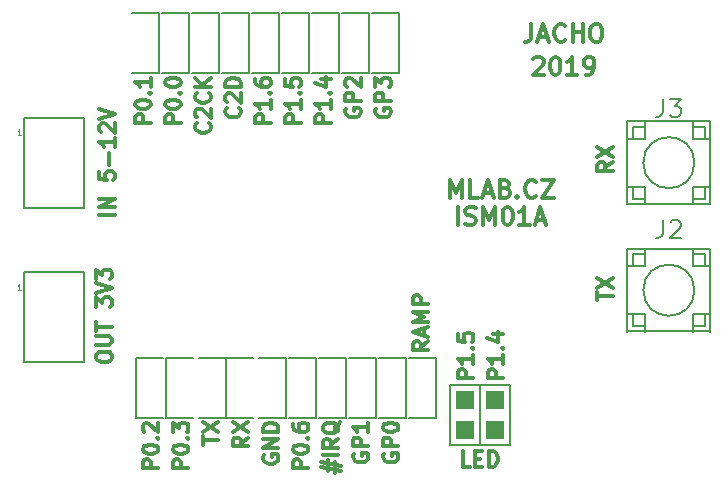
<source format=gbr>
%TF.GenerationSoftware,KiCad,Pcbnew,7.0.5.1-1-g8f565ef7f0-dirty-deb11*%
%TF.CreationDate,2023-07-20T12:05:46+00:00*%
%TF.ProjectId,ISM01,49534d30-312e-46b6-9963-61645f706362,rev?*%
%TF.SameCoordinates,Original*%
%TF.FileFunction,Legend,Top*%
%TF.FilePolarity,Positive*%
%FSLAX46Y46*%
G04 Gerber Fmt 4.6, Leading zero omitted, Abs format (unit mm)*
G04 Created by KiCad (PCBNEW 7.0.5.1-1-g8f565ef7f0-dirty-deb11) date 2023-07-20 12:05:46*
%MOMM*%
%LPD*%
G01*
G04 APERTURE LIST*
%ADD10C,0.300000*%
%ADD11C,0.050000*%
%ADD12C,0.150000*%
%ADD13R,1.524000X1.524000*%
G04 APERTURE END LIST*
D10*
X139554042Y-92625771D02*
X139615947Y-92687675D01*
X139615947Y-92687675D02*
X139677851Y-92873390D01*
X139677851Y-92873390D02*
X139677851Y-92997199D01*
X139677851Y-92997199D02*
X139615947Y-93182913D01*
X139615947Y-93182913D02*
X139492137Y-93306723D01*
X139492137Y-93306723D02*
X139368327Y-93368628D01*
X139368327Y-93368628D02*
X139120708Y-93430532D01*
X139120708Y-93430532D02*
X138934994Y-93430532D01*
X138934994Y-93430532D02*
X138687375Y-93368628D01*
X138687375Y-93368628D02*
X138563566Y-93306723D01*
X138563566Y-93306723D02*
X138439756Y-93182913D01*
X138439756Y-93182913D02*
X138377851Y-92997199D01*
X138377851Y-92997199D02*
X138377851Y-92873390D01*
X138377851Y-92873390D02*
X138439756Y-92687675D01*
X138439756Y-92687675D02*
X138501661Y-92625771D01*
X138501661Y-92130532D02*
X138439756Y-92068628D01*
X138439756Y-92068628D02*
X138377851Y-91944818D01*
X138377851Y-91944818D02*
X138377851Y-91635294D01*
X138377851Y-91635294D02*
X138439756Y-91511485D01*
X138439756Y-91511485D02*
X138501661Y-91449580D01*
X138501661Y-91449580D02*
X138625470Y-91387675D01*
X138625470Y-91387675D02*
X138749280Y-91387675D01*
X138749280Y-91387675D02*
X138934994Y-91449580D01*
X138934994Y-91449580D02*
X139677851Y-92192437D01*
X139677851Y-92192437D02*
X139677851Y-91387675D01*
X139554042Y-90087676D02*
X139615947Y-90149580D01*
X139615947Y-90149580D02*
X139677851Y-90335295D01*
X139677851Y-90335295D02*
X139677851Y-90459104D01*
X139677851Y-90459104D02*
X139615947Y-90644818D01*
X139615947Y-90644818D02*
X139492137Y-90768628D01*
X139492137Y-90768628D02*
X139368327Y-90830533D01*
X139368327Y-90830533D02*
X139120708Y-90892437D01*
X139120708Y-90892437D02*
X138934994Y-90892437D01*
X138934994Y-90892437D02*
X138687375Y-90830533D01*
X138687375Y-90830533D02*
X138563566Y-90768628D01*
X138563566Y-90768628D02*
X138439756Y-90644818D01*
X138439756Y-90644818D02*
X138377851Y-90459104D01*
X138377851Y-90459104D02*
X138377851Y-90335295D01*
X138377851Y-90335295D02*
X138439756Y-90149580D01*
X138439756Y-90149580D02*
X138501661Y-90087676D01*
X139677851Y-89530533D02*
X138377851Y-89530533D01*
X139677851Y-88787676D02*
X138934994Y-89344818D01*
X138377851Y-88787676D02*
X139120708Y-89530533D01*
X137137851Y-92625771D02*
X135837851Y-92625771D01*
X135837851Y-92625771D02*
X135837851Y-92130533D01*
X135837851Y-92130533D02*
X135899756Y-92006723D01*
X135899756Y-92006723D02*
X135961661Y-91944818D01*
X135961661Y-91944818D02*
X136085470Y-91882914D01*
X136085470Y-91882914D02*
X136271185Y-91882914D01*
X136271185Y-91882914D02*
X136394994Y-91944818D01*
X136394994Y-91944818D02*
X136456899Y-92006723D01*
X136456899Y-92006723D02*
X136518804Y-92130533D01*
X136518804Y-92130533D02*
X136518804Y-92625771D01*
X135837851Y-91078152D02*
X135837851Y-90954342D01*
X135837851Y-90954342D02*
X135899756Y-90830533D01*
X135899756Y-90830533D02*
X135961661Y-90768628D01*
X135961661Y-90768628D02*
X136085470Y-90706723D01*
X136085470Y-90706723D02*
X136333089Y-90644818D01*
X136333089Y-90644818D02*
X136642613Y-90644818D01*
X136642613Y-90644818D02*
X136890232Y-90706723D01*
X136890232Y-90706723D02*
X137014042Y-90768628D01*
X137014042Y-90768628D02*
X137075947Y-90830533D01*
X137075947Y-90830533D02*
X137137851Y-90954342D01*
X137137851Y-90954342D02*
X137137851Y-91078152D01*
X137137851Y-91078152D02*
X137075947Y-91201961D01*
X137075947Y-91201961D02*
X137014042Y-91263866D01*
X137014042Y-91263866D02*
X136890232Y-91325771D01*
X136890232Y-91325771D02*
X136642613Y-91387675D01*
X136642613Y-91387675D02*
X136333089Y-91387675D01*
X136333089Y-91387675D02*
X136085470Y-91325771D01*
X136085470Y-91325771D02*
X135961661Y-91263866D01*
X135961661Y-91263866D02*
X135899756Y-91201961D01*
X135899756Y-91201961D02*
X135837851Y-91078152D01*
X137014042Y-90087676D02*
X137075947Y-90025771D01*
X137075947Y-90025771D02*
X137137851Y-90087676D01*
X137137851Y-90087676D02*
X137075947Y-90149580D01*
X137075947Y-90149580D02*
X137014042Y-90087676D01*
X137014042Y-90087676D02*
X137137851Y-90087676D01*
X135837851Y-89221009D02*
X135837851Y-89097199D01*
X135837851Y-89097199D02*
X135899756Y-88973390D01*
X135899756Y-88973390D02*
X135961661Y-88911485D01*
X135961661Y-88911485D02*
X136085470Y-88849580D01*
X136085470Y-88849580D02*
X136333089Y-88787675D01*
X136333089Y-88787675D02*
X136642613Y-88787675D01*
X136642613Y-88787675D02*
X136890232Y-88849580D01*
X136890232Y-88849580D02*
X137014042Y-88911485D01*
X137014042Y-88911485D02*
X137075947Y-88973390D01*
X137075947Y-88973390D02*
X137137851Y-89097199D01*
X137137851Y-89097199D02*
X137137851Y-89221009D01*
X137137851Y-89221009D02*
X137075947Y-89344818D01*
X137075947Y-89344818D02*
X137014042Y-89406723D01*
X137014042Y-89406723D02*
X136890232Y-89468628D01*
X136890232Y-89468628D02*
X136642613Y-89530532D01*
X136642613Y-89530532D02*
X136333089Y-89530532D01*
X136333089Y-89530532D02*
X136085470Y-89468628D01*
X136085470Y-89468628D02*
X135961661Y-89406723D01*
X135961661Y-89406723D02*
X135899756Y-89344818D01*
X135899756Y-89344818D02*
X135837851Y-89221009D01*
X134597851Y-92625771D02*
X133297851Y-92625771D01*
X133297851Y-92625771D02*
X133297851Y-92130533D01*
X133297851Y-92130533D02*
X133359756Y-92006723D01*
X133359756Y-92006723D02*
X133421661Y-91944818D01*
X133421661Y-91944818D02*
X133545470Y-91882914D01*
X133545470Y-91882914D02*
X133731185Y-91882914D01*
X133731185Y-91882914D02*
X133854994Y-91944818D01*
X133854994Y-91944818D02*
X133916899Y-92006723D01*
X133916899Y-92006723D02*
X133978804Y-92130533D01*
X133978804Y-92130533D02*
X133978804Y-92625771D01*
X133297851Y-91078152D02*
X133297851Y-90954342D01*
X133297851Y-90954342D02*
X133359756Y-90830533D01*
X133359756Y-90830533D02*
X133421661Y-90768628D01*
X133421661Y-90768628D02*
X133545470Y-90706723D01*
X133545470Y-90706723D02*
X133793089Y-90644818D01*
X133793089Y-90644818D02*
X134102613Y-90644818D01*
X134102613Y-90644818D02*
X134350232Y-90706723D01*
X134350232Y-90706723D02*
X134474042Y-90768628D01*
X134474042Y-90768628D02*
X134535947Y-90830533D01*
X134535947Y-90830533D02*
X134597851Y-90954342D01*
X134597851Y-90954342D02*
X134597851Y-91078152D01*
X134597851Y-91078152D02*
X134535947Y-91201961D01*
X134535947Y-91201961D02*
X134474042Y-91263866D01*
X134474042Y-91263866D02*
X134350232Y-91325771D01*
X134350232Y-91325771D02*
X134102613Y-91387675D01*
X134102613Y-91387675D02*
X133793089Y-91387675D01*
X133793089Y-91387675D02*
X133545470Y-91325771D01*
X133545470Y-91325771D02*
X133421661Y-91263866D01*
X133421661Y-91263866D02*
X133359756Y-91201961D01*
X133359756Y-91201961D02*
X133297851Y-91078152D01*
X134474042Y-90087676D02*
X134535947Y-90025771D01*
X134535947Y-90025771D02*
X134597851Y-90087676D01*
X134597851Y-90087676D02*
X134535947Y-90149580D01*
X134535947Y-90149580D02*
X134474042Y-90087676D01*
X134474042Y-90087676D02*
X134597851Y-90087676D01*
X134597851Y-88787675D02*
X134597851Y-89530532D01*
X134597851Y-89159104D02*
X133297851Y-89159104D01*
X133297851Y-89159104D02*
X133483566Y-89282913D01*
X133483566Y-89282913D02*
X133607375Y-89406723D01*
X133607375Y-89406723D02*
X133669280Y-89530532D01*
X144757851Y-92625771D02*
X143457851Y-92625771D01*
X143457851Y-92625771D02*
X143457851Y-92130533D01*
X143457851Y-92130533D02*
X143519756Y-92006723D01*
X143519756Y-92006723D02*
X143581661Y-91944818D01*
X143581661Y-91944818D02*
X143705470Y-91882914D01*
X143705470Y-91882914D02*
X143891185Y-91882914D01*
X143891185Y-91882914D02*
X144014994Y-91944818D01*
X144014994Y-91944818D02*
X144076899Y-92006723D01*
X144076899Y-92006723D02*
X144138804Y-92130533D01*
X144138804Y-92130533D02*
X144138804Y-92625771D01*
X144757851Y-90644818D02*
X144757851Y-91387675D01*
X144757851Y-91016247D02*
X143457851Y-91016247D01*
X143457851Y-91016247D02*
X143643566Y-91140056D01*
X143643566Y-91140056D02*
X143767375Y-91263866D01*
X143767375Y-91263866D02*
X143829280Y-91387675D01*
X144634042Y-90087676D02*
X144695947Y-90025771D01*
X144695947Y-90025771D02*
X144757851Y-90087676D01*
X144757851Y-90087676D02*
X144695947Y-90149580D01*
X144695947Y-90149580D02*
X144634042Y-90087676D01*
X144634042Y-90087676D02*
X144757851Y-90087676D01*
X143457851Y-88911485D02*
X143457851Y-89159104D01*
X143457851Y-89159104D02*
X143519756Y-89282913D01*
X143519756Y-89282913D02*
X143581661Y-89344818D01*
X143581661Y-89344818D02*
X143767375Y-89468628D01*
X143767375Y-89468628D02*
X144014994Y-89530532D01*
X144014994Y-89530532D02*
X144510232Y-89530532D01*
X144510232Y-89530532D02*
X144634042Y-89468628D01*
X144634042Y-89468628D02*
X144695947Y-89406723D01*
X144695947Y-89406723D02*
X144757851Y-89282913D01*
X144757851Y-89282913D02*
X144757851Y-89035294D01*
X144757851Y-89035294D02*
X144695947Y-88911485D01*
X144695947Y-88911485D02*
X144634042Y-88849580D01*
X144634042Y-88849580D02*
X144510232Y-88787675D01*
X144510232Y-88787675D02*
X144200708Y-88787675D01*
X144200708Y-88787675D02*
X144076899Y-88849580D01*
X144076899Y-88849580D02*
X144014994Y-88911485D01*
X144014994Y-88911485D02*
X143953089Y-89035294D01*
X143953089Y-89035294D02*
X143953089Y-89282913D01*
X143953089Y-89282913D02*
X144014994Y-89406723D01*
X144014994Y-89406723D02*
X144076899Y-89468628D01*
X144076899Y-89468628D02*
X144200708Y-89530532D01*
X147297851Y-92625771D02*
X145997851Y-92625771D01*
X145997851Y-92625771D02*
X145997851Y-92130533D01*
X145997851Y-92130533D02*
X146059756Y-92006723D01*
X146059756Y-92006723D02*
X146121661Y-91944818D01*
X146121661Y-91944818D02*
X146245470Y-91882914D01*
X146245470Y-91882914D02*
X146431185Y-91882914D01*
X146431185Y-91882914D02*
X146554994Y-91944818D01*
X146554994Y-91944818D02*
X146616899Y-92006723D01*
X146616899Y-92006723D02*
X146678804Y-92130533D01*
X146678804Y-92130533D02*
X146678804Y-92625771D01*
X147297851Y-90644818D02*
X147297851Y-91387675D01*
X147297851Y-91016247D02*
X145997851Y-91016247D01*
X145997851Y-91016247D02*
X146183566Y-91140056D01*
X146183566Y-91140056D02*
X146307375Y-91263866D01*
X146307375Y-91263866D02*
X146369280Y-91387675D01*
X147174042Y-90087676D02*
X147235947Y-90025771D01*
X147235947Y-90025771D02*
X147297851Y-90087676D01*
X147297851Y-90087676D02*
X147235947Y-90149580D01*
X147235947Y-90149580D02*
X147174042Y-90087676D01*
X147174042Y-90087676D02*
X147297851Y-90087676D01*
X145997851Y-88849580D02*
X145997851Y-89468628D01*
X145997851Y-89468628D02*
X146616899Y-89530532D01*
X146616899Y-89530532D02*
X146554994Y-89468628D01*
X146554994Y-89468628D02*
X146493089Y-89344818D01*
X146493089Y-89344818D02*
X146493089Y-89035294D01*
X146493089Y-89035294D02*
X146554994Y-88911485D01*
X146554994Y-88911485D02*
X146616899Y-88849580D01*
X146616899Y-88849580D02*
X146740708Y-88787675D01*
X146740708Y-88787675D02*
X147050232Y-88787675D01*
X147050232Y-88787675D02*
X147174042Y-88849580D01*
X147174042Y-88849580D02*
X147235947Y-88911485D01*
X147235947Y-88911485D02*
X147297851Y-89035294D01*
X147297851Y-89035294D02*
X147297851Y-89344818D01*
X147297851Y-89344818D02*
X147235947Y-89468628D01*
X147235947Y-89468628D02*
X147174042Y-89530532D01*
X149837851Y-92625771D02*
X148537851Y-92625771D01*
X148537851Y-92625771D02*
X148537851Y-92130533D01*
X148537851Y-92130533D02*
X148599756Y-92006723D01*
X148599756Y-92006723D02*
X148661661Y-91944818D01*
X148661661Y-91944818D02*
X148785470Y-91882914D01*
X148785470Y-91882914D02*
X148971185Y-91882914D01*
X148971185Y-91882914D02*
X149094994Y-91944818D01*
X149094994Y-91944818D02*
X149156899Y-92006723D01*
X149156899Y-92006723D02*
X149218804Y-92130533D01*
X149218804Y-92130533D02*
X149218804Y-92625771D01*
X149837851Y-90644818D02*
X149837851Y-91387675D01*
X149837851Y-91016247D02*
X148537851Y-91016247D01*
X148537851Y-91016247D02*
X148723566Y-91140056D01*
X148723566Y-91140056D02*
X148847375Y-91263866D01*
X148847375Y-91263866D02*
X148909280Y-91387675D01*
X149714042Y-90087676D02*
X149775947Y-90025771D01*
X149775947Y-90025771D02*
X149837851Y-90087676D01*
X149837851Y-90087676D02*
X149775947Y-90149580D01*
X149775947Y-90149580D02*
X149714042Y-90087676D01*
X149714042Y-90087676D02*
X149837851Y-90087676D01*
X148971185Y-88911485D02*
X149837851Y-88911485D01*
X148475947Y-89221009D02*
X149404518Y-89530532D01*
X149404518Y-89530532D02*
X149404518Y-88725771D01*
X151139756Y-91387675D02*
X151077851Y-91511485D01*
X151077851Y-91511485D02*
X151077851Y-91697199D01*
X151077851Y-91697199D02*
X151139756Y-91882913D01*
X151139756Y-91882913D02*
X151263566Y-92006723D01*
X151263566Y-92006723D02*
X151387375Y-92068628D01*
X151387375Y-92068628D02*
X151634994Y-92130532D01*
X151634994Y-92130532D02*
X151820708Y-92130532D01*
X151820708Y-92130532D02*
X152068327Y-92068628D01*
X152068327Y-92068628D02*
X152192137Y-92006723D01*
X152192137Y-92006723D02*
X152315947Y-91882913D01*
X152315947Y-91882913D02*
X152377851Y-91697199D01*
X152377851Y-91697199D02*
X152377851Y-91573390D01*
X152377851Y-91573390D02*
X152315947Y-91387675D01*
X152315947Y-91387675D02*
X152254042Y-91325771D01*
X152254042Y-91325771D02*
X151820708Y-91325771D01*
X151820708Y-91325771D02*
X151820708Y-91573390D01*
X152377851Y-90768628D02*
X151077851Y-90768628D01*
X151077851Y-90768628D02*
X151077851Y-90273390D01*
X151077851Y-90273390D02*
X151139756Y-90149580D01*
X151139756Y-90149580D02*
X151201661Y-90087675D01*
X151201661Y-90087675D02*
X151325470Y-90025771D01*
X151325470Y-90025771D02*
X151511185Y-90025771D01*
X151511185Y-90025771D02*
X151634994Y-90087675D01*
X151634994Y-90087675D02*
X151696899Y-90149580D01*
X151696899Y-90149580D02*
X151758804Y-90273390D01*
X151758804Y-90273390D02*
X151758804Y-90768628D01*
X151201661Y-89530532D02*
X151139756Y-89468628D01*
X151139756Y-89468628D02*
X151077851Y-89344818D01*
X151077851Y-89344818D02*
X151077851Y-89035294D01*
X151077851Y-89035294D02*
X151139756Y-88911485D01*
X151139756Y-88911485D02*
X151201661Y-88849580D01*
X151201661Y-88849580D02*
X151325470Y-88787675D01*
X151325470Y-88787675D02*
X151449280Y-88787675D01*
X151449280Y-88787675D02*
X151634994Y-88849580D01*
X151634994Y-88849580D02*
X152377851Y-89592437D01*
X152377851Y-89592437D02*
X152377851Y-88787675D01*
X153679756Y-91387675D02*
X153617851Y-91511485D01*
X153617851Y-91511485D02*
X153617851Y-91697199D01*
X153617851Y-91697199D02*
X153679756Y-91882913D01*
X153679756Y-91882913D02*
X153803566Y-92006723D01*
X153803566Y-92006723D02*
X153927375Y-92068628D01*
X153927375Y-92068628D02*
X154174994Y-92130532D01*
X154174994Y-92130532D02*
X154360708Y-92130532D01*
X154360708Y-92130532D02*
X154608327Y-92068628D01*
X154608327Y-92068628D02*
X154732137Y-92006723D01*
X154732137Y-92006723D02*
X154855947Y-91882913D01*
X154855947Y-91882913D02*
X154917851Y-91697199D01*
X154917851Y-91697199D02*
X154917851Y-91573390D01*
X154917851Y-91573390D02*
X154855947Y-91387675D01*
X154855947Y-91387675D02*
X154794042Y-91325771D01*
X154794042Y-91325771D02*
X154360708Y-91325771D01*
X154360708Y-91325771D02*
X154360708Y-91573390D01*
X154917851Y-90768628D02*
X153617851Y-90768628D01*
X153617851Y-90768628D02*
X153617851Y-90273390D01*
X153617851Y-90273390D02*
X153679756Y-90149580D01*
X153679756Y-90149580D02*
X153741661Y-90087675D01*
X153741661Y-90087675D02*
X153865470Y-90025771D01*
X153865470Y-90025771D02*
X154051185Y-90025771D01*
X154051185Y-90025771D02*
X154174994Y-90087675D01*
X154174994Y-90087675D02*
X154236899Y-90149580D01*
X154236899Y-90149580D02*
X154298804Y-90273390D01*
X154298804Y-90273390D02*
X154298804Y-90768628D01*
X153617851Y-89592437D02*
X153617851Y-88787675D01*
X153617851Y-88787675D02*
X154113089Y-89221009D01*
X154113089Y-89221009D02*
X154113089Y-89035294D01*
X154113089Y-89035294D02*
X154174994Y-88911485D01*
X154174994Y-88911485D02*
X154236899Y-88849580D01*
X154236899Y-88849580D02*
X154360708Y-88787675D01*
X154360708Y-88787675D02*
X154670232Y-88787675D01*
X154670232Y-88787675D02*
X154794042Y-88849580D01*
X154794042Y-88849580D02*
X154855947Y-88911485D01*
X154855947Y-88911485D02*
X154917851Y-89035294D01*
X154917851Y-89035294D02*
X154917851Y-89406723D01*
X154917851Y-89406723D02*
X154855947Y-89530532D01*
X154855947Y-89530532D02*
X154794042Y-89592437D01*
X135232851Y-121835771D02*
X133932851Y-121835771D01*
X133932851Y-121835771D02*
X133932851Y-121340533D01*
X133932851Y-121340533D02*
X133994756Y-121216723D01*
X133994756Y-121216723D02*
X134056661Y-121154818D01*
X134056661Y-121154818D02*
X134180470Y-121092914D01*
X134180470Y-121092914D02*
X134366185Y-121092914D01*
X134366185Y-121092914D02*
X134489994Y-121154818D01*
X134489994Y-121154818D02*
X134551899Y-121216723D01*
X134551899Y-121216723D02*
X134613804Y-121340533D01*
X134613804Y-121340533D02*
X134613804Y-121835771D01*
X133932851Y-120288152D02*
X133932851Y-120164342D01*
X133932851Y-120164342D02*
X133994756Y-120040533D01*
X133994756Y-120040533D02*
X134056661Y-119978628D01*
X134056661Y-119978628D02*
X134180470Y-119916723D01*
X134180470Y-119916723D02*
X134428089Y-119854818D01*
X134428089Y-119854818D02*
X134737613Y-119854818D01*
X134737613Y-119854818D02*
X134985232Y-119916723D01*
X134985232Y-119916723D02*
X135109042Y-119978628D01*
X135109042Y-119978628D02*
X135170947Y-120040533D01*
X135170947Y-120040533D02*
X135232851Y-120164342D01*
X135232851Y-120164342D02*
X135232851Y-120288152D01*
X135232851Y-120288152D02*
X135170947Y-120411961D01*
X135170947Y-120411961D02*
X135109042Y-120473866D01*
X135109042Y-120473866D02*
X134985232Y-120535771D01*
X134985232Y-120535771D02*
X134737613Y-120597675D01*
X134737613Y-120597675D02*
X134428089Y-120597675D01*
X134428089Y-120597675D02*
X134180470Y-120535771D01*
X134180470Y-120535771D02*
X134056661Y-120473866D01*
X134056661Y-120473866D02*
X133994756Y-120411961D01*
X133994756Y-120411961D02*
X133932851Y-120288152D01*
X135109042Y-119297676D02*
X135170947Y-119235771D01*
X135170947Y-119235771D02*
X135232851Y-119297676D01*
X135232851Y-119297676D02*
X135170947Y-119359580D01*
X135170947Y-119359580D02*
X135109042Y-119297676D01*
X135109042Y-119297676D02*
X135232851Y-119297676D01*
X134056661Y-118740532D02*
X133994756Y-118678628D01*
X133994756Y-118678628D02*
X133932851Y-118554818D01*
X133932851Y-118554818D02*
X133932851Y-118245294D01*
X133932851Y-118245294D02*
X133994756Y-118121485D01*
X133994756Y-118121485D02*
X134056661Y-118059580D01*
X134056661Y-118059580D02*
X134180470Y-117997675D01*
X134180470Y-117997675D02*
X134304280Y-117997675D01*
X134304280Y-117997675D02*
X134489994Y-118059580D01*
X134489994Y-118059580D02*
X135232851Y-118802437D01*
X135232851Y-118802437D02*
X135232851Y-117997675D01*
X137772851Y-121835771D02*
X136472851Y-121835771D01*
X136472851Y-121835771D02*
X136472851Y-121340533D01*
X136472851Y-121340533D02*
X136534756Y-121216723D01*
X136534756Y-121216723D02*
X136596661Y-121154818D01*
X136596661Y-121154818D02*
X136720470Y-121092914D01*
X136720470Y-121092914D02*
X136906185Y-121092914D01*
X136906185Y-121092914D02*
X137029994Y-121154818D01*
X137029994Y-121154818D02*
X137091899Y-121216723D01*
X137091899Y-121216723D02*
X137153804Y-121340533D01*
X137153804Y-121340533D02*
X137153804Y-121835771D01*
X136472851Y-120288152D02*
X136472851Y-120164342D01*
X136472851Y-120164342D02*
X136534756Y-120040533D01*
X136534756Y-120040533D02*
X136596661Y-119978628D01*
X136596661Y-119978628D02*
X136720470Y-119916723D01*
X136720470Y-119916723D02*
X136968089Y-119854818D01*
X136968089Y-119854818D02*
X137277613Y-119854818D01*
X137277613Y-119854818D02*
X137525232Y-119916723D01*
X137525232Y-119916723D02*
X137649042Y-119978628D01*
X137649042Y-119978628D02*
X137710947Y-120040533D01*
X137710947Y-120040533D02*
X137772851Y-120164342D01*
X137772851Y-120164342D02*
X137772851Y-120288152D01*
X137772851Y-120288152D02*
X137710947Y-120411961D01*
X137710947Y-120411961D02*
X137649042Y-120473866D01*
X137649042Y-120473866D02*
X137525232Y-120535771D01*
X137525232Y-120535771D02*
X137277613Y-120597675D01*
X137277613Y-120597675D02*
X136968089Y-120597675D01*
X136968089Y-120597675D02*
X136720470Y-120535771D01*
X136720470Y-120535771D02*
X136596661Y-120473866D01*
X136596661Y-120473866D02*
X136534756Y-120411961D01*
X136534756Y-120411961D02*
X136472851Y-120288152D01*
X137649042Y-119297676D02*
X137710947Y-119235771D01*
X137710947Y-119235771D02*
X137772851Y-119297676D01*
X137772851Y-119297676D02*
X137710947Y-119359580D01*
X137710947Y-119359580D02*
X137649042Y-119297676D01*
X137649042Y-119297676D02*
X137772851Y-119297676D01*
X136472851Y-118802437D02*
X136472851Y-117997675D01*
X136472851Y-117997675D02*
X136968089Y-118431009D01*
X136968089Y-118431009D02*
X136968089Y-118245294D01*
X136968089Y-118245294D02*
X137029994Y-118121485D01*
X137029994Y-118121485D02*
X137091899Y-118059580D01*
X137091899Y-118059580D02*
X137215708Y-117997675D01*
X137215708Y-117997675D02*
X137525232Y-117997675D01*
X137525232Y-117997675D02*
X137649042Y-118059580D01*
X137649042Y-118059580D02*
X137710947Y-118121485D01*
X137710947Y-118121485D02*
X137772851Y-118245294D01*
X137772851Y-118245294D02*
X137772851Y-118616723D01*
X137772851Y-118616723D02*
X137710947Y-118740532D01*
X137710947Y-118740532D02*
X137649042Y-118802437D01*
X139012851Y-119854818D02*
X139012851Y-119111961D01*
X140312851Y-119483389D02*
X139012851Y-119483389D01*
X139012851Y-118802437D02*
X140312851Y-117935771D01*
X139012851Y-117935771D02*
X140312851Y-118802437D01*
X142852851Y-119235771D02*
X142233804Y-119669104D01*
X142852851Y-119978628D02*
X141552851Y-119978628D01*
X141552851Y-119978628D02*
X141552851Y-119483390D01*
X141552851Y-119483390D02*
X141614756Y-119359580D01*
X141614756Y-119359580D02*
X141676661Y-119297675D01*
X141676661Y-119297675D02*
X141800470Y-119235771D01*
X141800470Y-119235771D02*
X141986185Y-119235771D01*
X141986185Y-119235771D02*
X142109994Y-119297675D01*
X142109994Y-119297675D02*
X142171899Y-119359580D01*
X142171899Y-119359580D02*
X142233804Y-119483390D01*
X142233804Y-119483390D02*
X142233804Y-119978628D01*
X141552851Y-118802437D02*
X142852851Y-117935771D01*
X141552851Y-117935771D02*
X142852851Y-118802437D01*
X144154756Y-120721485D02*
X144092851Y-120845295D01*
X144092851Y-120845295D02*
X144092851Y-121031009D01*
X144092851Y-121031009D02*
X144154756Y-121216723D01*
X144154756Y-121216723D02*
X144278566Y-121340533D01*
X144278566Y-121340533D02*
X144402375Y-121402438D01*
X144402375Y-121402438D02*
X144649994Y-121464342D01*
X144649994Y-121464342D02*
X144835708Y-121464342D01*
X144835708Y-121464342D02*
X145083327Y-121402438D01*
X145083327Y-121402438D02*
X145207137Y-121340533D01*
X145207137Y-121340533D02*
X145330947Y-121216723D01*
X145330947Y-121216723D02*
X145392851Y-121031009D01*
X145392851Y-121031009D02*
X145392851Y-120907200D01*
X145392851Y-120907200D02*
X145330947Y-120721485D01*
X145330947Y-120721485D02*
X145269042Y-120659581D01*
X145269042Y-120659581D02*
X144835708Y-120659581D01*
X144835708Y-120659581D02*
X144835708Y-120907200D01*
X145392851Y-120102438D02*
X144092851Y-120102438D01*
X144092851Y-120102438D02*
X145392851Y-119359581D01*
X145392851Y-119359581D02*
X144092851Y-119359581D01*
X145392851Y-118740533D02*
X144092851Y-118740533D01*
X144092851Y-118740533D02*
X144092851Y-118431009D01*
X144092851Y-118431009D02*
X144154756Y-118245295D01*
X144154756Y-118245295D02*
X144278566Y-118121485D01*
X144278566Y-118121485D02*
X144402375Y-118059580D01*
X144402375Y-118059580D02*
X144649994Y-117997676D01*
X144649994Y-117997676D02*
X144835708Y-117997676D01*
X144835708Y-117997676D02*
X145083327Y-118059580D01*
X145083327Y-118059580D02*
X145207137Y-118121485D01*
X145207137Y-118121485D02*
X145330947Y-118245295D01*
X145330947Y-118245295D02*
X145392851Y-118431009D01*
X145392851Y-118431009D02*
X145392851Y-118740533D01*
X147932851Y-121835771D02*
X146632851Y-121835771D01*
X146632851Y-121835771D02*
X146632851Y-121340533D01*
X146632851Y-121340533D02*
X146694756Y-121216723D01*
X146694756Y-121216723D02*
X146756661Y-121154818D01*
X146756661Y-121154818D02*
X146880470Y-121092914D01*
X146880470Y-121092914D02*
X147066185Y-121092914D01*
X147066185Y-121092914D02*
X147189994Y-121154818D01*
X147189994Y-121154818D02*
X147251899Y-121216723D01*
X147251899Y-121216723D02*
X147313804Y-121340533D01*
X147313804Y-121340533D02*
X147313804Y-121835771D01*
X146632851Y-120288152D02*
X146632851Y-120164342D01*
X146632851Y-120164342D02*
X146694756Y-120040533D01*
X146694756Y-120040533D02*
X146756661Y-119978628D01*
X146756661Y-119978628D02*
X146880470Y-119916723D01*
X146880470Y-119916723D02*
X147128089Y-119854818D01*
X147128089Y-119854818D02*
X147437613Y-119854818D01*
X147437613Y-119854818D02*
X147685232Y-119916723D01*
X147685232Y-119916723D02*
X147809042Y-119978628D01*
X147809042Y-119978628D02*
X147870947Y-120040533D01*
X147870947Y-120040533D02*
X147932851Y-120164342D01*
X147932851Y-120164342D02*
X147932851Y-120288152D01*
X147932851Y-120288152D02*
X147870947Y-120411961D01*
X147870947Y-120411961D02*
X147809042Y-120473866D01*
X147809042Y-120473866D02*
X147685232Y-120535771D01*
X147685232Y-120535771D02*
X147437613Y-120597675D01*
X147437613Y-120597675D02*
X147128089Y-120597675D01*
X147128089Y-120597675D02*
X146880470Y-120535771D01*
X146880470Y-120535771D02*
X146756661Y-120473866D01*
X146756661Y-120473866D02*
X146694756Y-120411961D01*
X146694756Y-120411961D02*
X146632851Y-120288152D01*
X147809042Y-119297676D02*
X147870947Y-119235771D01*
X147870947Y-119235771D02*
X147932851Y-119297676D01*
X147932851Y-119297676D02*
X147870947Y-119359580D01*
X147870947Y-119359580D02*
X147809042Y-119297676D01*
X147809042Y-119297676D02*
X147932851Y-119297676D01*
X146632851Y-118121485D02*
X146632851Y-118369104D01*
X146632851Y-118369104D02*
X146694756Y-118492913D01*
X146694756Y-118492913D02*
X146756661Y-118554818D01*
X146756661Y-118554818D02*
X146942375Y-118678628D01*
X146942375Y-118678628D02*
X147189994Y-118740532D01*
X147189994Y-118740532D02*
X147685232Y-118740532D01*
X147685232Y-118740532D02*
X147809042Y-118678628D01*
X147809042Y-118678628D02*
X147870947Y-118616723D01*
X147870947Y-118616723D02*
X147932851Y-118492913D01*
X147932851Y-118492913D02*
X147932851Y-118245294D01*
X147932851Y-118245294D02*
X147870947Y-118121485D01*
X147870947Y-118121485D02*
X147809042Y-118059580D01*
X147809042Y-118059580D02*
X147685232Y-117997675D01*
X147685232Y-117997675D02*
X147375708Y-117997675D01*
X147375708Y-117997675D02*
X147251899Y-118059580D01*
X147251899Y-118059580D02*
X147189994Y-118121485D01*
X147189994Y-118121485D02*
X147128089Y-118245294D01*
X147128089Y-118245294D02*
X147128089Y-118492913D01*
X147128089Y-118492913D02*
X147189994Y-118616723D01*
X147189994Y-118616723D02*
X147251899Y-118678628D01*
X147251899Y-118678628D02*
X147375708Y-118740532D01*
X149606185Y-122083390D02*
X149606185Y-121154819D01*
X149049042Y-121711962D02*
X150720470Y-122083390D01*
X150163327Y-121278629D02*
X150163327Y-122207200D01*
X150720470Y-121650057D02*
X149049042Y-121278629D01*
X150472851Y-120721486D02*
X149172851Y-120721486D01*
X150472851Y-119359581D02*
X149853804Y-119792914D01*
X150472851Y-120102438D02*
X149172851Y-120102438D01*
X149172851Y-120102438D02*
X149172851Y-119607200D01*
X149172851Y-119607200D02*
X149234756Y-119483390D01*
X149234756Y-119483390D02*
X149296661Y-119421485D01*
X149296661Y-119421485D02*
X149420470Y-119359581D01*
X149420470Y-119359581D02*
X149606185Y-119359581D01*
X149606185Y-119359581D02*
X149729994Y-119421485D01*
X149729994Y-119421485D02*
X149791899Y-119483390D01*
X149791899Y-119483390D02*
X149853804Y-119607200D01*
X149853804Y-119607200D02*
X149853804Y-120102438D01*
X150596661Y-117935771D02*
X150534756Y-118059581D01*
X150534756Y-118059581D02*
X150410947Y-118183390D01*
X150410947Y-118183390D02*
X150225232Y-118369104D01*
X150225232Y-118369104D02*
X150163327Y-118492914D01*
X150163327Y-118492914D02*
X150163327Y-118616723D01*
X150472851Y-118554819D02*
X150410947Y-118678628D01*
X150410947Y-118678628D02*
X150287137Y-118802438D01*
X150287137Y-118802438D02*
X150039518Y-118864342D01*
X150039518Y-118864342D02*
X149606185Y-118864342D01*
X149606185Y-118864342D02*
X149358566Y-118802438D01*
X149358566Y-118802438D02*
X149234756Y-118678628D01*
X149234756Y-118678628D02*
X149172851Y-118554819D01*
X149172851Y-118554819D02*
X149172851Y-118307200D01*
X149172851Y-118307200D02*
X149234756Y-118183390D01*
X149234756Y-118183390D02*
X149358566Y-118059581D01*
X149358566Y-118059581D02*
X149606185Y-117997676D01*
X149606185Y-117997676D02*
X150039518Y-117997676D01*
X150039518Y-117997676D02*
X150287137Y-118059581D01*
X150287137Y-118059581D02*
X150410947Y-118183390D01*
X150410947Y-118183390D02*
X150472851Y-118307200D01*
X150472851Y-118307200D02*
X150472851Y-118554819D01*
X151774756Y-120597675D02*
X151712851Y-120721485D01*
X151712851Y-120721485D02*
X151712851Y-120907199D01*
X151712851Y-120907199D02*
X151774756Y-121092913D01*
X151774756Y-121092913D02*
X151898566Y-121216723D01*
X151898566Y-121216723D02*
X152022375Y-121278628D01*
X152022375Y-121278628D02*
X152269994Y-121340532D01*
X152269994Y-121340532D02*
X152455708Y-121340532D01*
X152455708Y-121340532D02*
X152703327Y-121278628D01*
X152703327Y-121278628D02*
X152827137Y-121216723D01*
X152827137Y-121216723D02*
X152950947Y-121092913D01*
X152950947Y-121092913D02*
X153012851Y-120907199D01*
X153012851Y-120907199D02*
X153012851Y-120783390D01*
X153012851Y-120783390D02*
X152950947Y-120597675D01*
X152950947Y-120597675D02*
X152889042Y-120535771D01*
X152889042Y-120535771D02*
X152455708Y-120535771D01*
X152455708Y-120535771D02*
X152455708Y-120783390D01*
X153012851Y-119978628D02*
X151712851Y-119978628D01*
X151712851Y-119978628D02*
X151712851Y-119483390D01*
X151712851Y-119483390D02*
X151774756Y-119359580D01*
X151774756Y-119359580D02*
X151836661Y-119297675D01*
X151836661Y-119297675D02*
X151960470Y-119235771D01*
X151960470Y-119235771D02*
X152146185Y-119235771D01*
X152146185Y-119235771D02*
X152269994Y-119297675D01*
X152269994Y-119297675D02*
X152331899Y-119359580D01*
X152331899Y-119359580D02*
X152393804Y-119483390D01*
X152393804Y-119483390D02*
X152393804Y-119978628D01*
X153012851Y-117997675D02*
X153012851Y-118740532D01*
X153012851Y-118369104D02*
X151712851Y-118369104D01*
X151712851Y-118369104D02*
X151898566Y-118492913D01*
X151898566Y-118492913D02*
X152022375Y-118616723D01*
X152022375Y-118616723D02*
X152084280Y-118740532D01*
X158092851Y-111102676D02*
X157473804Y-111536009D01*
X158092851Y-111845533D02*
X156792851Y-111845533D01*
X156792851Y-111845533D02*
X156792851Y-111350295D01*
X156792851Y-111350295D02*
X156854756Y-111226485D01*
X156854756Y-111226485D02*
X156916661Y-111164580D01*
X156916661Y-111164580D02*
X157040470Y-111102676D01*
X157040470Y-111102676D02*
X157226185Y-111102676D01*
X157226185Y-111102676D02*
X157349994Y-111164580D01*
X157349994Y-111164580D02*
X157411899Y-111226485D01*
X157411899Y-111226485D02*
X157473804Y-111350295D01*
X157473804Y-111350295D02*
X157473804Y-111845533D01*
X157721423Y-110607437D02*
X157721423Y-109988390D01*
X158092851Y-110731247D02*
X156792851Y-110297914D01*
X156792851Y-110297914D02*
X158092851Y-109864580D01*
X158092851Y-109431247D02*
X156792851Y-109431247D01*
X156792851Y-109431247D02*
X157721423Y-108997913D01*
X157721423Y-108997913D02*
X156792851Y-108564580D01*
X156792851Y-108564580D02*
X158092851Y-108564580D01*
X158092851Y-107945533D02*
X156792851Y-107945533D01*
X156792851Y-107945533D02*
X156792851Y-107450295D01*
X156792851Y-107450295D02*
X156854756Y-107326485D01*
X156854756Y-107326485D02*
X156916661Y-107264580D01*
X156916661Y-107264580D02*
X157040470Y-107202676D01*
X157040470Y-107202676D02*
X157226185Y-107202676D01*
X157226185Y-107202676D02*
X157349994Y-107264580D01*
X157349994Y-107264580D02*
X157411899Y-107326485D01*
X157411899Y-107326485D02*
X157473804Y-107450295D01*
X157473804Y-107450295D02*
X157473804Y-107945533D01*
X154314756Y-120597675D02*
X154252851Y-120721485D01*
X154252851Y-120721485D02*
X154252851Y-120907199D01*
X154252851Y-120907199D02*
X154314756Y-121092913D01*
X154314756Y-121092913D02*
X154438566Y-121216723D01*
X154438566Y-121216723D02*
X154562375Y-121278628D01*
X154562375Y-121278628D02*
X154809994Y-121340532D01*
X154809994Y-121340532D02*
X154995708Y-121340532D01*
X154995708Y-121340532D02*
X155243327Y-121278628D01*
X155243327Y-121278628D02*
X155367137Y-121216723D01*
X155367137Y-121216723D02*
X155490947Y-121092913D01*
X155490947Y-121092913D02*
X155552851Y-120907199D01*
X155552851Y-120907199D02*
X155552851Y-120783390D01*
X155552851Y-120783390D02*
X155490947Y-120597675D01*
X155490947Y-120597675D02*
X155429042Y-120535771D01*
X155429042Y-120535771D02*
X154995708Y-120535771D01*
X154995708Y-120535771D02*
X154995708Y-120783390D01*
X155552851Y-119978628D02*
X154252851Y-119978628D01*
X154252851Y-119978628D02*
X154252851Y-119483390D01*
X154252851Y-119483390D02*
X154314756Y-119359580D01*
X154314756Y-119359580D02*
X154376661Y-119297675D01*
X154376661Y-119297675D02*
X154500470Y-119235771D01*
X154500470Y-119235771D02*
X154686185Y-119235771D01*
X154686185Y-119235771D02*
X154809994Y-119297675D01*
X154809994Y-119297675D02*
X154871899Y-119359580D01*
X154871899Y-119359580D02*
X154933804Y-119483390D01*
X154933804Y-119483390D02*
X154933804Y-119978628D01*
X154252851Y-118431009D02*
X154252851Y-118307199D01*
X154252851Y-118307199D02*
X154314756Y-118183390D01*
X154314756Y-118183390D02*
X154376661Y-118121485D01*
X154376661Y-118121485D02*
X154500470Y-118059580D01*
X154500470Y-118059580D02*
X154748089Y-117997675D01*
X154748089Y-117997675D02*
X155057613Y-117997675D01*
X155057613Y-117997675D02*
X155305232Y-118059580D01*
X155305232Y-118059580D02*
X155429042Y-118121485D01*
X155429042Y-118121485D02*
X155490947Y-118183390D01*
X155490947Y-118183390D02*
X155552851Y-118307199D01*
X155552851Y-118307199D02*
X155552851Y-118431009D01*
X155552851Y-118431009D02*
X155490947Y-118554818D01*
X155490947Y-118554818D02*
X155429042Y-118616723D01*
X155429042Y-118616723D02*
X155305232Y-118678628D01*
X155305232Y-118678628D02*
X155057613Y-118740532D01*
X155057613Y-118740532D02*
X154748089Y-118740532D01*
X154748089Y-118740532D02*
X154500470Y-118678628D01*
X154500470Y-118678628D02*
X154376661Y-118616723D01*
X154376661Y-118616723D02*
X154314756Y-118554818D01*
X154314756Y-118554818D02*
X154252851Y-118431009D01*
X164442851Y-114215771D02*
X163142851Y-114215771D01*
X163142851Y-114215771D02*
X163142851Y-113720533D01*
X163142851Y-113720533D02*
X163204756Y-113596723D01*
X163204756Y-113596723D02*
X163266661Y-113534818D01*
X163266661Y-113534818D02*
X163390470Y-113472914D01*
X163390470Y-113472914D02*
X163576185Y-113472914D01*
X163576185Y-113472914D02*
X163699994Y-113534818D01*
X163699994Y-113534818D02*
X163761899Y-113596723D01*
X163761899Y-113596723D02*
X163823804Y-113720533D01*
X163823804Y-113720533D02*
X163823804Y-114215771D01*
X164442851Y-112234818D02*
X164442851Y-112977675D01*
X164442851Y-112606247D02*
X163142851Y-112606247D01*
X163142851Y-112606247D02*
X163328566Y-112730056D01*
X163328566Y-112730056D02*
X163452375Y-112853866D01*
X163452375Y-112853866D02*
X163514280Y-112977675D01*
X164319042Y-111677676D02*
X164380947Y-111615771D01*
X164380947Y-111615771D02*
X164442851Y-111677676D01*
X164442851Y-111677676D02*
X164380947Y-111739580D01*
X164380947Y-111739580D02*
X164319042Y-111677676D01*
X164319042Y-111677676D02*
X164442851Y-111677676D01*
X163576185Y-110501485D02*
X164442851Y-110501485D01*
X163080947Y-110811009D02*
X164009518Y-111120532D01*
X164009518Y-111120532D02*
X164009518Y-110315771D01*
X161902851Y-114215771D02*
X160602851Y-114215771D01*
X160602851Y-114215771D02*
X160602851Y-113720533D01*
X160602851Y-113720533D02*
X160664756Y-113596723D01*
X160664756Y-113596723D02*
X160726661Y-113534818D01*
X160726661Y-113534818D02*
X160850470Y-113472914D01*
X160850470Y-113472914D02*
X161036185Y-113472914D01*
X161036185Y-113472914D02*
X161159994Y-113534818D01*
X161159994Y-113534818D02*
X161221899Y-113596723D01*
X161221899Y-113596723D02*
X161283804Y-113720533D01*
X161283804Y-113720533D02*
X161283804Y-114215771D01*
X161902851Y-112234818D02*
X161902851Y-112977675D01*
X161902851Y-112606247D02*
X160602851Y-112606247D01*
X160602851Y-112606247D02*
X160788566Y-112730056D01*
X160788566Y-112730056D02*
X160912375Y-112853866D01*
X160912375Y-112853866D02*
X160974280Y-112977675D01*
X161779042Y-111677676D02*
X161840947Y-111615771D01*
X161840947Y-111615771D02*
X161902851Y-111677676D01*
X161902851Y-111677676D02*
X161840947Y-111739580D01*
X161840947Y-111739580D02*
X161779042Y-111677676D01*
X161779042Y-111677676D02*
X161902851Y-111677676D01*
X160602851Y-110439580D02*
X160602851Y-111058628D01*
X160602851Y-111058628D02*
X161221899Y-111120532D01*
X161221899Y-111120532D02*
X161159994Y-111058628D01*
X161159994Y-111058628D02*
X161098089Y-110934818D01*
X161098089Y-110934818D02*
X161098089Y-110625294D01*
X161098089Y-110625294D02*
X161159994Y-110501485D01*
X161159994Y-110501485D02*
X161221899Y-110439580D01*
X161221899Y-110439580D02*
X161345708Y-110377675D01*
X161345708Y-110377675D02*
X161655232Y-110377675D01*
X161655232Y-110377675D02*
X161779042Y-110439580D01*
X161779042Y-110439580D02*
X161840947Y-110501485D01*
X161840947Y-110501485D02*
X161902851Y-110625294D01*
X161902851Y-110625294D02*
X161902851Y-110934818D01*
X161902851Y-110934818D02*
X161840947Y-111058628D01*
X161840947Y-111058628D02*
X161779042Y-111120532D01*
X161624333Y-121694493D02*
X161005285Y-121694493D01*
X161005285Y-121694493D02*
X161005285Y-120394493D01*
X162057666Y-121013541D02*
X162491000Y-121013541D01*
X162676714Y-121694493D02*
X162057666Y-121694493D01*
X162057666Y-121694493D02*
X162057666Y-120394493D01*
X162057666Y-120394493D02*
X162676714Y-120394493D01*
X163233856Y-121694493D02*
X163233856Y-120394493D01*
X163233856Y-120394493D02*
X163543380Y-120394493D01*
X163543380Y-120394493D02*
X163729094Y-120456398D01*
X163729094Y-120456398D02*
X163852904Y-120580208D01*
X163852904Y-120580208D02*
X163914809Y-120704017D01*
X163914809Y-120704017D02*
X163976713Y-120951636D01*
X163976713Y-120951636D02*
X163976713Y-121137350D01*
X163976713Y-121137350D02*
X163914809Y-121384969D01*
X163914809Y-121384969D02*
X163852904Y-121508779D01*
X163852904Y-121508779D02*
X163729094Y-121632589D01*
X163729094Y-121632589D02*
X163543380Y-121694493D01*
X163543380Y-121694493D02*
X163233856Y-121694493D01*
X131549851Y-100357927D02*
X130249851Y-100357927D01*
X131549851Y-99738879D02*
X130249851Y-99738879D01*
X130249851Y-99738879D02*
X131549851Y-98996022D01*
X131549851Y-98996022D02*
X130249851Y-98996022D01*
X130249851Y-96767450D02*
X130249851Y-97386498D01*
X130249851Y-97386498D02*
X130868899Y-97448402D01*
X130868899Y-97448402D02*
X130806994Y-97386498D01*
X130806994Y-97386498D02*
X130745089Y-97262688D01*
X130745089Y-97262688D02*
X130745089Y-96953164D01*
X130745089Y-96953164D02*
X130806994Y-96829355D01*
X130806994Y-96829355D02*
X130868899Y-96767450D01*
X130868899Y-96767450D02*
X130992708Y-96705545D01*
X130992708Y-96705545D02*
X131302232Y-96705545D01*
X131302232Y-96705545D02*
X131426042Y-96767450D01*
X131426042Y-96767450D02*
X131487947Y-96829355D01*
X131487947Y-96829355D02*
X131549851Y-96953164D01*
X131549851Y-96953164D02*
X131549851Y-97262688D01*
X131549851Y-97262688D02*
X131487947Y-97386498D01*
X131487947Y-97386498D02*
X131426042Y-97448402D01*
X131054613Y-96148403D02*
X131054613Y-95157927D01*
X131549851Y-93857926D02*
X131549851Y-94600783D01*
X131549851Y-94229355D02*
X130249851Y-94229355D01*
X130249851Y-94229355D02*
X130435566Y-94353164D01*
X130435566Y-94353164D02*
X130559375Y-94476974D01*
X130559375Y-94476974D02*
X130621280Y-94600783D01*
X130373661Y-93362688D02*
X130311756Y-93300784D01*
X130311756Y-93300784D02*
X130249851Y-93176974D01*
X130249851Y-93176974D02*
X130249851Y-92867450D01*
X130249851Y-92867450D02*
X130311756Y-92743641D01*
X130311756Y-92743641D02*
X130373661Y-92681736D01*
X130373661Y-92681736D02*
X130497470Y-92619831D01*
X130497470Y-92619831D02*
X130621280Y-92619831D01*
X130621280Y-92619831D02*
X130806994Y-92681736D01*
X130806994Y-92681736D02*
X131549851Y-93424593D01*
X131549851Y-93424593D02*
X131549851Y-92619831D01*
X130249851Y-92248403D02*
X131549851Y-91815070D01*
X131549851Y-91815070D02*
X130249851Y-91381736D01*
X129995851Y-112507165D02*
X129995851Y-112259546D01*
X129995851Y-112259546D02*
X130057756Y-112135736D01*
X130057756Y-112135736D02*
X130181566Y-112011927D01*
X130181566Y-112011927D02*
X130429185Y-111950022D01*
X130429185Y-111950022D02*
X130862518Y-111950022D01*
X130862518Y-111950022D02*
X131110137Y-112011927D01*
X131110137Y-112011927D02*
X131233947Y-112135736D01*
X131233947Y-112135736D02*
X131295851Y-112259546D01*
X131295851Y-112259546D02*
X131295851Y-112507165D01*
X131295851Y-112507165D02*
X131233947Y-112630974D01*
X131233947Y-112630974D02*
X131110137Y-112754784D01*
X131110137Y-112754784D02*
X130862518Y-112816688D01*
X130862518Y-112816688D02*
X130429185Y-112816688D01*
X130429185Y-112816688D02*
X130181566Y-112754784D01*
X130181566Y-112754784D02*
X130057756Y-112630974D01*
X130057756Y-112630974D02*
X129995851Y-112507165D01*
X129995851Y-111392879D02*
X131048232Y-111392879D01*
X131048232Y-111392879D02*
X131172042Y-111330974D01*
X131172042Y-111330974D02*
X131233947Y-111269069D01*
X131233947Y-111269069D02*
X131295851Y-111145260D01*
X131295851Y-111145260D02*
X131295851Y-110897641D01*
X131295851Y-110897641D02*
X131233947Y-110773831D01*
X131233947Y-110773831D02*
X131172042Y-110711926D01*
X131172042Y-110711926D02*
X131048232Y-110650022D01*
X131048232Y-110650022D02*
X129995851Y-110650022D01*
X129995851Y-110216688D02*
X129995851Y-109473831D01*
X131295851Y-109845259D02*
X129995851Y-109845259D01*
X129995851Y-108173831D02*
X129995851Y-107369069D01*
X129995851Y-107369069D02*
X130491089Y-107802403D01*
X130491089Y-107802403D02*
X130491089Y-107616688D01*
X130491089Y-107616688D02*
X130552994Y-107492879D01*
X130552994Y-107492879D02*
X130614899Y-107430974D01*
X130614899Y-107430974D02*
X130738708Y-107369069D01*
X130738708Y-107369069D02*
X131048232Y-107369069D01*
X131048232Y-107369069D02*
X131172042Y-107430974D01*
X131172042Y-107430974D02*
X131233947Y-107492879D01*
X131233947Y-107492879D02*
X131295851Y-107616688D01*
X131295851Y-107616688D02*
X131295851Y-107988117D01*
X131295851Y-107988117D02*
X131233947Y-108111926D01*
X131233947Y-108111926D02*
X131172042Y-108173831D01*
X129995851Y-106997641D02*
X131295851Y-106564308D01*
X131295851Y-106564308D02*
X129995851Y-106130974D01*
X129995851Y-105821450D02*
X129995851Y-105016688D01*
X129995851Y-105016688D02*
X130491089Y-105450022D01*
X130491089Y-105450022D02*
X130491089Y-105264307D01*
X130491089Y-105264307D02*
X130552994Y-105140498D01*
X130552994Y-105140498D02*
X130614899Y-105078593D01*
X130614899Y-105078593D02*
X130738708Y-105016688D01*
X130738708Y-105016688D02*
X131048232Y-105016688D01*
X131048232Y-105016688D02*
X131172042Y-105078593D01*
X131172042Y-105078593D02*
X131233947Y-105140498D01*
X131233947Y-105140498D02*
X131295851Y-105264307D01*
X131295851Y-105264307D02*
X131295851Y-105635736D01*
X131295851Y-105635736D02*
X131233947Y-105759545D01*
X131233947Y-105759545D02*
X131172042Y-105821450D01*
X173713851Y-95925355D02*
X173094804Y-96358688D01*
X173713851Y-96668212D02*
X172413851Y-96668212D01*
X172413851Y-96668212D02*
X172413851Y-96172974D01*
X172413851Y-96172974D02*
X172475756Y-96049164D01*
X172475756Y-96049164D02*
X172537661Y-95987259D01*
X172537661Y-95987259D02*
X172661470Y-95925355D01*
X172661470Y-95925355D02*
X172847185Y-95925355D01*
X172847185Y-95925355D02*
X172970994Y-95987259D01*
X172970994Y-95987259D02*
X173032899Y-96049164D01*
X173032899Y-96049164D02*
X173094804Y-96172974D01*
X173094804Y-96172974D02*
X173094804Y-96668212D01*
X172413851Y-95492021D02*
X173713851Y-94625355D01*
X172413851Y-94625355D02*
X173713851Y-95492021D01*
X172413851Y-107621164D02*
X172413851Y-106878307D01*
X173713851Y-107249735D02*
X172413851Y-107249735D01*
X172413851Y-106568783D02*
X173713851Y-105702117D01*
X172413851Y-105702117D02*
X173713851Y-106568783D01*
X160595190Y-101213017D02*
X160595190Y-99713017D01*
X161238048Y-101141589D02*
X161452334Y-101213017D01*
X161452334Y-101213017D02*
X161809476Y-101213017D01*
X161809476Y-101213017D02*
X161952334Y-101141589D01*
X161952334Y-101141589D02*
X162023762Y-101070160D01*
X162023762Y-101070160D02*
X162095191Y-100927303D01*
X162095191Y-100927303D02*
X162095191Y-100784446D01*
X162095191Y-100784446D02*
X162023762Y-100641589D01*
X162023762Y-100641589D02*
X161952334Y-100570160D01*
X161952334Y-100570160D02*
X161809476Y-100498731D01*
X161809476Y-100498731D02*
X161523762Y-100427303D01*
X161523762Y-100427303D02*
X161380905Y-100355874D01*
X161380905Y-100355874D02*
X161309476Y-100284446D01*
X161309476Y-100284446D02*
X161238048Y-100141589D01*
X161238048Y-100141589D02*
X161238048Y-99998731D01*
X161238048Y-99998731D02*
X161309476Y-99855874D01*
X161309476Y-99855874D02*
X161380905Y-99784446D01*
X161380905Y-99784446D02*
X161523762Y-99713017D01*
X161523762Y-99713017D02*
X161880905Y-99713017D01*
X161880905Y-99713017D02*
X162095191Y-99784446D01*
X162738047Y-101213017D02*
X162738047Y-99713017D01*
X162738047Y-99713017D02*
X163238047Y-100784446D01*
X163238047Y-100784446D02*
X163738047Y-99713017D01*
X163738047Y-99713017D02*
X163738047Y-101213017D01*
X164738048Y-99713017D02*
X164880905Y-99713017D01*
X164880905Y-99713017D02*
X165023762Y-99784446D01*
X165023762Y-99784446D02*
X165095191Y-99855874D01*
X165095191Y-99855874D02*
X165166619Y-99998731D01*
X165166619Y-99998731D02*
X165238048Y-100284446D01*
X165238048Y-100284446D02*
X165238048Y-100641589D01*
X165238048Y-100641589D02*
X165166619Y-100927303D01*
X165166619Y-100927303D02*
X165095191Y-101070160D01*
X165095191Y-101070160D02*
X165023762Y-101141589D01*
X165023762Y-101141589D02*
X164880905Y-101213017D01*
X164880905Y-101213017D02*
X164738048Y-101213017D01*
X164738048Y-101213017D02*
X164595191Y-101141589D01*
X164595191Y-101141589D02*
X164523762Y-101070160D01*
X164523762Y-101070160D02*
X164452333Y-100927303D01*
X164452333Y-100927303D02*
X164380905Y-100641589D01*
X164380905Y-100641589D02*
X164380905Y-100284446D01*
X164380905Y-100284446D02*
X164452333Y-99998731D01*
X164452333Y-99998731D02*
X164523762Y-99855874D01*
X164523762Y-99855874D02*
X164595191Y-99784446D01*
X164595191Y-99784446D02*
X164738048Y-99713017D01*
X166666619Y-101213017D02*
X165809476Y-101213017D01*
X166238047Y-101213017D02*
X166238047Y-99713017D01*
X166238047Y-99713017D02*
X166095190Y-99927303D01*
X166095190Y-99927303D02*
X165952333Y-100070160D01*
X165952333Y-100070160D02*
X165809476Y-100141589D01*
X167238047Y-100784446D02*
X167952333Y-100784446D01*
X167095190Y-101213017D02*
X167595190Y-99713017D01*
X167595190Y-99713017D02*
X168095190Y-101213017D01*
X167000619Y-87155874D02*
X167072047Y-87084446D01*
X167072047Y-87084446D02*
X167214905Y-87013017D01*
X167214905Y-87013017D02*
X167572047Y-87013017D01*
X167572047Y-87013017D02*
X167714905Y-87084446D01*
X167714905Y-87084446D02*
X167786333Y-87155874D01*
X167786333Y-87155874D02*
X167857762Y-87298731D01*
X167857762Y-87298731D02*
X167857762Y-87441589D01*
X167857762Y-87441589D02*
X167786333Y-87655874D01*
X167786333Y-87655874D02*
X166929190Y-88513017D01*
X166929190Y-88513017D02*
X167857762Y-88513017D01*
X168786333Y-87013017D02*
X168929190Y-87013017D01*
X168929190Y-87013017D02*
X169072047Y-87084446D01*
X169072047Y-87084446D02*
X169143476Y-87155874D01*
X169143476Y-87155874D02*
X169214904Y-87298731D01*
X169214904Y-87298731D02*
X169286333Y-87584446D01*
X169286333Y-87584446D02*
X169286333Y-87941589D01*
X169286333Y-87941589D02*
X169214904Y-88227303D01*
X169214904Y-88227303D02*
X169143476Y-88370160D01*
X169143476Y-88370160D02*
X169072047Y-88441589D01*
X169072047Y-88441589D02*
X168929190Y-88513017D01*
X168929190Y-88513017D02*
X168786333Y-88513017D01*
X168786333Y-88513017D02*
X168643476Y-88441589D01*
X168643476Y-88441589D02*
X168572047Y-88370160D01*
X168572047Y-88370160D02*
X168500618Y-88227303D01*
X168500618Y-88227303D02*
X168429190Y-87941589D01*
X168429190Y-87941589D02*
X168429190Y-87584446D01*
X168429190Y-87584446D02*
X168500618Y-87298731D01*
X168500618Y-87298731D02*
X168572047Y-87155874D01*
X168572047Y-87155874D02*
X168643476Y-87084446D01*
X168643476Y-87084446D02*
X168786333Y-87013017D01*
X170714904Y-88513017D02*
X169857761Y-88513017D01*
X170286332Y-88513017D02*
X170286332Y-87013017D01*
X170286332Y-87013017D02*
X170143475Y-87227303D01*
X170143475Y-87227303D02*
X170000618Y-87370160D01*
X170000618Y-87370160D02*
X169857761Y-87441589D01*
X171429189Y-88513017D02*
X171714903Y-88513017D01*
X171714903Y-88513017D02*
X171857760Y-88441589D01*
X171857760Y-88441589D02*
X171929189Y-88370160D01*
X171929189Y-88370160D02*
X172072046Y-88155874D01*
X172072046Y-88155874D02*
X172143475Y-87870160D01*
X172143475Y-87870160D02*
X172143475Y-87298731D01*
X172143475Y-87298731D02*
X172072046Y-87155874D01*
X172072046Y-87155874D02*
X172000618Y-87084446D01*
X172000618Y-87084446D02*
X171857760Y-87013017D01*
X171857760Y-87013017D02*
X171572046Y-87013017D01*
X171572046Y-87013017D02*
X171429189Y-87084446D01*
X171429189Y-87084446D02*
X171357760Y-87155874D01*
X171357760Y-87155874D02*
X171286332Y-87298731D01*
X171286332Y-87298731D02*
X171286332Y-87655874D01*
X171286332Y-87655874D02*
X171357760Y-87798731D01*
X171357760Y-87798731D02*
X171429189Y-87870160D01*
X171429189Y-87870160D02*
X171572046Y-87941589D01*
X171572046Y-87941589D02*
X171857760Y-87941589D01*
X171857760Y-87941589D02*
X172000618Y-87870160D01*
X172000618Y-87870160D02*
X172072046Y-87798731D01*
X172072046Y-87798731D02*
X172143475Y-87655874D01*
X166822047Y-84219017D02*
X166822047Y-85290446D01*
X166822047Y-85290446D02*
X166750618Y-85504731D01*
X166750618Y-85504731D02*
X166607761Y-85647589D01*
X166607761Y-85647589D02*
X166393475Y-85719017D01*
X166393475Y-85719017D02*
X166250618Y-85719017D01*
X167464904Y-85290446D02*
X168179190Y-85290446D01*
X167322047Y-85719017D02*
X167822047Y-84219017D01*
X167822047Y-84219017D02*
X168322047Y-85719017D01*
X169679189Y-85576160D02*
X169607761Y-85647589D01*
X169607761Y-85647589D02*
X169393475Y-85719017D01*
X169393475Y-85719017D02*
X169250618Y-85719017D01*
X169250618Y-85719017D02*
X169036332Y-85647589D01*
X169036332Y-85647589D02*
X168893475Y-85504731D01*
X168893475Y-85504731D02*
X168822046Y-85361874D01*
X168822046Y-85361874D02*
X168750618Y-85076160D01*
X168750618Y-85076160D02*
X168750618Y-84861874D01*
X168750618Y-84861874D02*
X168822046Y-84576160D01*
X168822046Y-84576160D02*
X168893475Y-84433303D01*
X168893475Y-84433303D02*
X169036332Y-84290446D01*
X169036332Y-84290446D02*
X169250618Y-84219017D01*
X169250618Y-84219017D02*
X169393475Y-84219017D01*
X169393475Y-84219017D02*
X169607761Y-84290446D01*
X169607761Y-84290446D02*
X169679189Y-84361874D01*
X170322046Y-85719017D02*
X170322046Y-84219017D01*
X170322046Y-84933303D02*
X171179189Y-84933303D01*
X171179189Y-85719017D02*
X171179189Y-84219017D01*
X172179190Y-84219017D02*
X172464904Y-84219017D01*
X172464904Y-84219017D02*
X172607761Y-84290446D01*
X172607761Y-84290446D02*
X172750618Y-84433303D01*
X172750618Y-84433303D02*
X172822047Y-84719017D01*
X172822047Y-84719017D02*
X172822047Y-85219017D01*
X172822047Y-85219017D02*
X172750618Y-85504731D01*
X172750618Y-85504731D02*
X172607761Y-85647589D01*
X172607761Y-85647589D02*
X172464904Y-85719017D01*
X172464904Y-85719017D02*
X172179190Y-85719017D01*
X172179190Y-85719017D02*
X172036333Y-85647589D01*
X172036333Y-85647589D02*
X171893475Y-85504731D01*
X171893475Y-85504731D02*
X171822047Y-85219017D01*
X171822047Y-85219017D02*
X171822047Y-84719017D01*
X171822047Y-84719017D02*
X171893475Y-84433303D01*
X171893475Y-84433303D02*
X172036333Y-84290446D01*
X172036333Y-84290446D02*
X172179190Y-84219017D01*
X159916618Y-98927017D02*
X159916618Y-97427017D01*
X159916618Y-97427017D02*
X160416618Y-98498446D01*
X160416618Y-98498446D02*
X160916618Y-97427017D01*
X160916618Y-97427017D02*
X160916618Y-98927017D01*
X162345190Y-98927017D02*
X161630904Y-98927017D01*
X161630904Y-98927017D02*
X161630904Y-97427017D01*
X162773762Y-98498446D02*
X163488048Y-98498446D01*
X162630905Y-98927017D02*
X163130905Y-97427017D01*
X163130905Y-97427017D02*
X163630905Y-98927017D01*
X164630904Y-98141303D02*
X164845190Y-98212731D01*
X164845190Y-98212731D02*
X164916619Y-98284160D01*
X164916619Y-98284160D02*
X164988047Y-98427017D01*
X164988047Y-98427017D02*
X164988047Y-98641303D01*
X164988047Y-98641303D02*
X164916619Y-98784160D01*
X164916619Y-98784160D02*
X164845190Y-98855589D01*
X164845190Y-98855589D02*
X164702333Y-98927017D01*
X164702333Y-98927017D02*
X164130904Y-98927017D01*
X164130904Y-98927017D02*
X164130904Y-97427017D01*
X164130904Y-97427017D02*
X164630904Y-97427017D01*
X164630904Y-97427017D02*
X164773762Y-97498446D01*
X164773762Y-97498446D02*
X164845190Y-97569874D01*
X164845190Y-97569874D02*
X164916619Y-97712731D01*
X164916619Y-97712731D02*
X164916619Y-97855589D01*
X164916619Y-97855589D02*
X164845190Y-97998446D01*
X164845190Y-97998446D02*
X164773762Y-98069874D01*
X164773762Y-98069874D02*
X164630904Y-98141303D01*
X164630904Y-98141303D02*
X164130904Y-98141303D01*
X165630904Y-98784160D02*
X165702333Y-98855589D01*
X165702333Y-98855589D02*
X165630904Y-98927017D01*
X165630904Y-98927017D02*
X165559476Y-98855589D01*
X165559476Y-98855589D02*
X165630904Y-98784160D01*
X165630904Y-98784160D02*
X165630904Y-98927017D01*
X167202333Y-98784160D02*
X167130905Y-98855589D01*
X167130905Y-98855589D02*
X166916619Y-98927017D01*
X166916619Y-98927017D02*
X166773762Y-98927017D01*
X166773762Y-98927017D02*
X166559476Y-98855589D01*
X166559476Y-98855589D02*
X166416619Y-98712731D01*
X166416619Y-98712731D02*
X166345190Y-98569874D01*
X166345190Y-98569874D02*
X166273762Y-98284160D01*
X166273762Y-98284160D02*
X166273762Y-98069874D01*
X166273762Y-98069874D02*
X166345190Y-97784160D01*
X166345190Y-97784160D02*
X166416619Y-97641303D01*
X166416619Y-97641303D02*
X166559476Y-97498446D01*
X166559476Y-97498446D02*
X166773762Y-97427017D01*
X166773762Y-97427017D02*
X166916619Y-97427017D01*
X166916619Y-97427017D02*
X167130905Y-97498446D01*
X167130905Y-97498446D02*
X167202333Y-97569874D01*
X167702333Y-97427017D02*
X168702333Y-97427017D01*
X168702333Y-97427017D02*
X167702333Y-98927017D01*
X167702333Y-98927017D02*
X168702333Y-98927017D01*
X142094042Y-91325771D02*
X142155947Y-91387675D01*
X142155947Y-91387675D02*
X142217851Y-91573390D01*
X142217851Y-91573390D02*
X142217851Y-91697199D01*
X142217851Y-91697199D02*
X142155947Y-91882913D01*
X142155947Y-91882913D02*
X142032137Y-92006723D01*
X142032137Y-92006723D02*
X141908327Y-92068628D01*
X141908327Y-92068628D02*
X141660708Y-92130532D01*
X141660708Y-92130532D02*
X141474994Y-92130532D01*
X141474994Y-92130532D02*
X141227375Y-92068628D01*
X141227375Y-92068628D02*
X141103566Y-92006723D01*
X141103566Y-92006723D02*
X140979756Y-91882913D01*
X140979756Y-91882913D02*
X140917851Y-91697199D01*
X140917851Y-91697199D02*
X140917851Y-91573390D01*
X140917851Y-91573390D02*
X140979756Y-91387675D01*
X140979756Y-91387675D02*
X141041661Y-91325771D01*
X141041661Y-90830532D02*
X140979756Y-90768628D01*
X140979756Y-90768628D02*
X140917851Y-90644818D01*
X140917851Y-90644818D02*
X140917851Y-90335294D01*
X140917851Y-90335294D02*
X140979756Y-90211485D01*
X140979756Y-90211485D02*
X141041661Y-90149580D01*
X141041661Y-90149580D02*
X141165470Y-90087675D01*
X141165470Y-90087675D02*
X141289280Y-90087675D01*
X141289280Y-90087675D02*
X141474994Y-90149580D01*
X141474994Y-90149580D02*
X142217851Y-90892437D01*
X142217851Y-90892437D02*
X142217851Y-90087675D01*
X142217851Y-89530533D02*
X140917851Y-89530533D01*
X140917851Y-89530533D02*
X140917851Y-89221009D01*
X140917851Y-89221009D02*
X140979756Y-89035295D01*
X140979756Y-89035295D02*
X141103566Y-88911485D01*
X141103566Y-88911485D02*
X141227375Y-88849580D01*
X141227375Y-88849580D02*
X141474994Y-88787676D01*
X141474994Y-88787676D02*
X141660708Y-88787676D01*
X141660708Y-88787676D02*
X141908327Y-88849580D01*
X141908327Y-88849580D02*
X142032137Y-88911485D01*
X142032137Y-88911485D02*
X142155947Y-89035295D01*
X142155947Y-89035295D02*
X142217851Y-89221009D01*
X142217851Y-89221009D02*
X142217851Y-89530533D01*
D11*
%TO.C,J1*%
X123613904Y-93651398D02*
X123328190Y-93651398D01*
X123471047Y-93651398D02*
X123471047Y-93151398D01*
X123471047Y-93151398D02*
X123423428Y-93222827D01*
X123423428Y-93222827D02*
X123375809Y-93270446D01*
X123375809Y-93270446D02*
X123328190Y-93294255D01*
%TO.C,J4*%
X123613904Y-106732398D02*
X123328190Y-106732398D01*
X123471047Y-106732398D02*
X123471047Y-106232398D01*
X123471047Y-106232398D02*
X123423428Y-106303827D01*
X123423428Y-106303827D02*
X123375809Y-106351446D01*
X123375809Y-106351446D02*
X123328190Y-106375255D01*
D12*
%TO.C,J3*%
X177962047Y-90576817D02*
X177962047Y-91648246D01*
X177962047Y-91648246D02*
X177890618Y-91862531D01*
X177890618Y-91862531D02*
X177747761Y-92005389D01*
X177747761Y-92005389D02*
X177533475Y-92076817D01*
X177533475Y-92076817D02*
X177390618Y-92076817D01*
X178533475Y-90576817D02*
X179462047Y-90576817D01*
X179462047Y-90576817D02*
X178962047Y-91148246D01*
X178962047Y-91148246D02*
X179176332Y-91148246D01*
X179176332Y-91148246D02*
X179319190Y-91219674D01*
X179319190Y-91219674D02*
X179390618Y-91291103D01*
X179390618Y-91291103D02*
X179462047Y-91433960D01*
X179462047Y-91433960D02*
X179462047Y-91791103D01*
X179462047Y-91791103D02*
X179390618Y-91933960D01*
X179390618Y-91933960D02*
X179319190Y-92005389D01*
X179319190Y-92005389D02*
X179176332Y-92076817D01*
X179176332Y-92076817D02*
X178747761Y-92076817D01*
X178747761Y-92076817D02*
X178604904Y-92005389D01*
X178604904Y-92005389D02*
X178533475Y-91933960D01*
%TO.C,J2*%
X177962047Y-100843817D02*
X177962047Y-101915246D01*
X177962047Y-101915246D02*
X177890618Y-102129531D01*
X177890618Y-102129531D02*
X177747761Y-102272389D01*
X177747761Y-102272389D02*
X177533475Y-102343817D01*
X177533475Y-102343817D02*
X177390618Y-102343817D01*
X178604904Y-100986674D02*
X178676332Y-100915246D01*
X178676332Y-100915246D02*
X178819190Y-100843817D01*
X178819190Y-100843817D02*
X179176332Y-100843817D01*
X179176332Y-100843817D02*
X179319190Y-100915246D01*
X179319190Y-100915246D02*
X179390618Y-100986674D01*
X179390618Y-100986674D02*
X179462047Y-101129531D01*
X179462047Y-101129531D02*
X179462047Y-101272389D01*
X179462047Y-101272389D02*
X179390618Y-101486674D01*
X179390618Y-101486674D02*
X178533475Y-102343817D01*
X178533475Y-102343817D02*
X179462047Y-102343817D01*
%TO.C,J17*%
X158777047Y-117552689D02*
X156491047Y-117552689D01*
X156491047Y-112472689D02*
X158777047Y-112472689D01*
X158777047Y-112472689D02*
X158777047Y-117552689D01*
%TO.C,J24*%
X165000047Y-119838689D02*
X162460047Y-119838689D01*
X165000047Y-114758689D02*
X165000047Y-119838689D01*
X162460047Y-119838689D02*
X162460047Y-114758689D01*
X162460047Y-114758689D02*
X165000047Y-114758689D01*
%TO.C,J25*%
X162460047Y-119838689D02*
X159920047Y-119838689D01*
X162460047Y-114758689D02*
X162460047Y-119838689D01*
X159920047Y-119838689D02*
X159920047Y-114758689D01*
X159920047Y-114758689D02*
X162460047Y-114758689D01*
%TO.C,J1*%
X123852047Y-92152689D02*
X128932047Y-92152689D01*
X123852047Y-99772689D02*
X123852047Y-92152689D01*
X128932047Y-92152689D02*
X128932047Y-99772689D01*
X128932047Y-99772689D02*
X123852047Y-99772689D01*
%TO.C,J4*%
X123852047Y-105233689D02*
X128932047Y-105233689D01*
X123852047Y-112853689D02*
X123852047Y-105233689D01*
X128932047Y-105233689D02*
X128932047Y-112853689D01*
X128932047Y-112853689D02*
X123852047Y-112853689D01*
%TO.C,J10*%
X148617047Y-117552689D02*
X146331047Y-117552689D01*
X146331047Y-112472689D02*
X148617047Y-112472689D01*
X148617047Y-112472689D02*
X148617047Y-117552689D01*
%TO.C,J11*%
X140997047Y-112472689D02*
X143283047Y-112472689D01*
X143283047Y-117552689D02*
X140997047Y-117552689D01*
X140997047Y-117552689D02*
X140997047Y-112472689D01*
%TO.C,J12*%
X140997047Y-117552689D02*
X138711047Y-117552689D01*
X138711047Y-112472689D02*
X140997047Y-112472689D01*
X140997047Y-112472689D02*
X140997047Y-117552689D01*
%TO.C,J13*%
X135917047Y-112472689D02*
X138203047Y-112472689D01*
X138203047Y-117552689D02*
X135917047Y-117552689D01*
X135917047Y-117552689D02*
X135917047Y-112472689D01*
%TO.C,J14*%
X133377047Y-112472689D02*
X135663047Y-112472689D01*
X135663047Y-117552689D02*
X133377047Y-117552689D01*
X133377047Y-117552689D02*
X133377047Y-112472689D01*
%TO.C,J19*%
X151157047Y-117552689D02*
X148871047Y-117552689D01*
X148871047Y-112472689D02*
X151157047Y-112472689D01*
X151157047Y-112472689D02*
X151157047Y-117552689D01*
%TO.C,J20*%
X156237047Y-117552689D02*
X153951047Y-117552689D01*
X153951047Y-112472689D02*
X156237047Y-112472689D01*
X156237047Y-112472689D02*
X156237047Y-117552689D01*
%TO.C,J21*%
X153697047Y-117552689D02*
X151411047Y-117552689D01*
X151411047Y-112472689D02*
X153697047Y-112472689D01*
X153697047Y-112472689D02*
X153697047Y-117552689D01*
%TO.C,J3*%
X174962047Y-92462689D02*
X174962047Y-99462689D01*
X174962047Y-97992689D02*
X176432047Y-97992689D01*
X174962047Y-99437289D02*
X181962047Y-99437289D01*
X175412047Y-92912689D02*
X175412047Y-93932689D01*
X175412047Y-99012689D02*
X175412047Y-97992689D01*
X176432047Y-92462689D02*
X176432047Y-93932689D01*
X176432047Y-92912689D02*
X175412047Y-92912689D01*
X176432047Y-93932689D02*
X174962047Y-93932689D01*
X176432047Y-97992689D02*
X176432047Y-99462689D01*
X176432047Y-99012689D02*
X175412047Y-99012689D01*
X180492047Y-92462689D02*
X180492047Y-93932689D01*
X180492047Y-93932689D02*
X181962047Y-93932689D01*
X180492047Y-97992689D02*
X181962047Y-97992689D01*
X180492047Y-99012689D02*
X181512047Y-99012689D01*
X180492047Y-99462689D02*
X180492047Y-97992689D01*
X181512047Y-92912689D02*
X180492047Y-92912689D01*
X181512047Y-92912689D02*
X181512047Y-93932689D01*
X181512047Y-99012689D02*
X181512047Y-97992689D01*
X181962047Y-92462689D02*
X174962047Y-92462689D01*
X181962047Y-99462689D02*
X181962047Y-92462689D01*
X180624846Y-95962689D02*
G75*
G03*
X180624846Y-95962689I-2162799J0D01*
G01*
%TO.C,J26*%
X146077047Y-117552689D02*
X143791047Y-117552689D01*
X143791047Y-112472689D02*
X146077047Y-112472689D01*
X146077047Y-112472689D02*
X146077047Y-117552689D01*
%TO.C,J8*%
X147982047Y-88342689D02*
X145696047Y-88342689D01*
X145696047Y-83262689D02*
X147982047Y-83262689D01*
X147982047Y-83262689D02*
X147982047Y-88342689D01*
%TO.C,J7*%
X145442047Y-88342689D02*
X143156047Y-88342689D01*
X143156047Y-83262689D02*
X145442047Y-83262689D01*
X145442047Y-83262689D02*
X145442047Y-88342689D01*
%TO.C,J6*%
X142902047Y-88342689D02*
X140616047Y-88342689D01*
X140616047Y-83262689D02*
X142902047Y-83262689D01*
X142902047Y-83262689D02*
X142902047Y-88342689D01*
%TO.C,J9*%
X150522047Y-88342689D02*
X148236047Y-88342689D01*
X148236047Y-83262689D02*
X150522047Y-83262689D01*
X150522047Y-83262689D02*
X150522047Y-88342689D01*
%TO.C,J18*%
X140362047Y-88342689D02*
X138076047Y-88342689D01*
X138076047Y-83262689D02*
X140362047Y-83262689D01*
X140362047Y-83262689D02*
X140362047Y-88342689D01*
%TO.C,J22*%
X153062047Y-88342689D02*
X150776047Y-88342689D01*
X150776047Y-83262689D02*
X153062047Y-83262689D01*
X153062047Y-83262689D02*
X153062047Y-88342689D01*
%TO.C,J16*%
X137822047Y-88342689D02*
X135536047Y-88342689D01*
X135536047Y-83262689D02*
X137822047Y-83262689D01*
X137822047Y-83262689D02*
X137822047Y-88342689D01*
%TO.C,J15*%
X135282047Y-88342689D02*
X132996047Y-88342689D01*
X132996047Y-83262689D02*
X135282047Y-83262689D01*
X135282047Y-83262689D02*
X135282047Y-88342689D01*
%TO.C,J23*%
X155602047Y-88342689D02*
X153316047Y-88342689D01*
X153316047Y-83262689D02*
X155602047Y-83262689D01*
X155602047Y-83262689D02*
X155602047Y-88342689D01*
%TO.C,J2*%
X174962047Y-103257689D02*
X174962047Y-110257689D01*
X174962047Y-108787689D02*
X176432047Y-108787689D01*
X174962047Y-110232289D02*
X181962047Y-110232289D01*
X175412047Y-103707689D02*
X175412047Y-104727689D01*
X175412047Y-109807689D02*
X175412047Y-108787689D01*
X176432047Y-103257689D02*
X176432047Y-104727689D01*
X176432047Y-103707689D02*
X175412047Y-103707689D01*
X176432047Y-104727689D02*
X174962047Y-104727689D01*
X176432047Y-108787689D02*
X176432047Y-110257689D01*
X176432047Y-109807689D02*
X175412047Y-109807689D01*
X180492047Y-103257689D02*
X180492047Y-104727689D01*
X180492047Y-104727689D02*
X181962047Y-104727689D01*
X180492047Y-108787689D02*
X181962047Y-108787689D01*
X180492047Y-109807689D02*
X181512047Y-109807689D01*
X180492047Y-110257689D02*
X180492047Y-108787689D01*
X181512047Y-103707689D02*
X180492047Y-103707689D01*
X181512047Y-103707689D02*
X181512047Y-104727689D01*
X181512047Y-109807689D02*
X181512047Y-108787689D01*
X181962047Y-103257689D02*
X174962047Y-103257689D01*
X181962047Y-110257689D02*
X181962047Y-103257689D01*
X180624846Y-106757689D02*
G75*
G03*
X180624846Y-106757689I-2162799J0D01*
G01*
%TD*%
D13*
%TO.C,J24*%
X163730047Y-118568689D03*
X163730047Y-116028689D03*
%TD*%
%TO.C,J25*%
X161190047Y-118568689D03*
X161190047Y-116028689D03*
%TD*%
M02*

</source>
